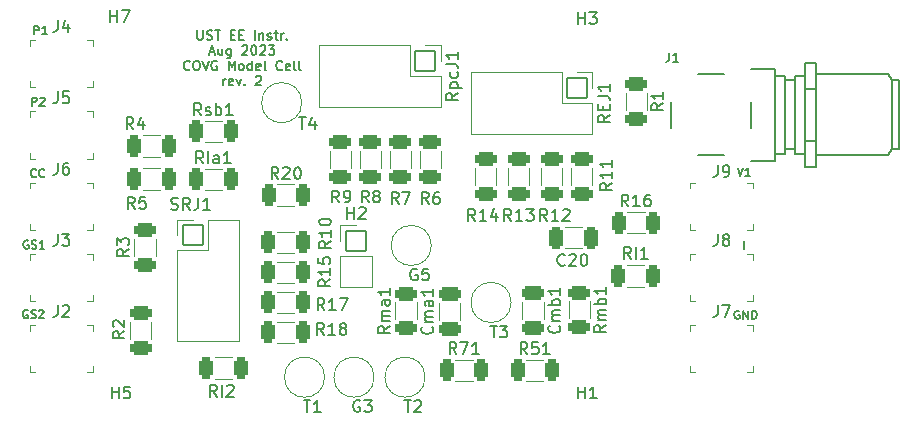
<source format=gbr>
%TF.GenerationSoftware,KiCad,Pcbnew,(6.0.4-0)*%
%TF.CreationDate,2023-08-14T15:40:46-05:00*%
%TF.ProjectId,model_cell,6d6f6465-6c5f-4636-956c-6c2e6b696361,rev?*%
%TF.SameCoordinates,Original*%
%TF.FileFunction,Legend,Top*%
%TF.FilePolarity,Positive*%
%FSLAX46Y46*%
G04 Gerber Fmt 4.6, Leading zero omitted, Abs format (unit mm)*
G04 Created by KiCad (PCBNEW (6.0.4-0)) date 2023-08-14 15:40:46*
%MOMM*%
%LPD*%
G01*
G04 APERTURE LIST*
G04 Aperture macros list*
%AMRoundRect*
0 Rectangle with rounded corners*
0 $1 Rounding radius*
0 $2 $3 $4 $5 $6 $7 $8 $9 X,Y pos of 4 corners*
0 Add a 4 corners polygon primitive as box body*
4,1,4,$2,$3,$4,$5,$6,$7,$8,$9,$2,$3,0*
0 Add four circle primitives for the rounded corners*
1,1,$1+$1,$2,$3*
1,1,$1+$1,$4,$5*
1,1,$1+$1,$6,$7*
1,1,$1+$1,$8,$9*
0 Add four rect primitives between the rounded corners*
20,1,$1+$1,$2,$3,$4,$5,0*
20,1,$1+$1,$4,$5,$6,$7,0*
20,1,$1+$1,$6,$7,$8,$9,0*
20,1,$1+$1,$8,$9,$2,$3,0*%
G04 Aperture macros list end*
%ADD10C,0.150000*%
%ADD11C,0.146710*%
%ADD12C,0.120000*%
%ADD13C,0.100000*%
%ADD14C,0.203200*%
%ADD15C,2.301600*%
%ADD16RoundRect,0.300800X0.312500X0.625000X-0.312500X0.625000X-0.312500X-0.625000X0.312500X-0.625000X0*%
%ADD17C,2.184400*%
%ADD18RoundRect,0.300800X-0.325000X-0.650000X0.325000X-0.650000X0.325000X0.650000X-0.325000X0.650000X0*%
%ADD19RoundRect,0.300800X-0.312500X-0.625000X0.312500X-0.625000X0.312500X0.625000X-0.312500X0.625000X0*%
%ADD20RoundRect,0.300800X0.650000X-0.325000X0.650000X0.325000X-0.650000X0.325000X-0.650000X-0.325000X0*%
%ADD21RoundRect,0.050800X-0.850000X-0.850000X0.850000X-0.850000X0.850000X0.850000X-0.850000X0.850000X0*%
%ADD22O,1.801600X1.801600*%
%ADD23RoundRect,0.300800X0.625000X-0.312500X0.625000X0.312500X-0.625000X0.312500X-0.625000X-0.312500X0*%
%ADD24C,2.108200*%
%ADD25C,2.870200*%
%ADD26RoundRect,0.300800X-0.625000X0.312500X-0.625000X-0.312500X0.625000X-0.312500X0.625000X0.312500X0*%
%ADD27C,3.101600*%
%ADD28RoundRect,0.050800X-0.850000X0.850000X-0.850000X-0.850000X0.850000X-0.850000X0.850000X0.850000X0*%
%ADD29RoundRect,0.300800X-0.650000X0.325000X-0.650000X-0.325000X0.650000X-0.325000X0.650000X0.325000X0*%
G04 APERTURE END LIST*
D10*
X61053733Y23256033D02*
X61287066Y22556033D01*
X61520400Y23256033D01*
X62120400Y22556033D02*
X61720400Y22556033D01*
X61920400Y22556033D02*
X61920400Y23256033D01*
X61853733Y23156033D01*
X61787066Y23089366D01*
X61720400Y23056033D01*
X939066Y11183100D02*
X872400Y11216433D01*
X772400Y11216433D01*
X672400Y11183100D01*
X605733Y11116433D01*
X572400Y11049766D01*
X539066Y10916433D01*
X539066Y10816433D01*
X572400Y10683100D01*
X605733Y10616433D01*
X672400Y10549766D01*
X772400Y10516433D01*
X839066Y10516433D01*
X939066Y10549766D01*
X972400Y10583100D01*
X972400Y10816433D01*
X839066Y10816433D01*
X1239066Y10549766D02*
X1339066Y10516433D01*
X1505733Y10516433D01*
X1572400Y10549766D01*
X1605733Y10583100D01*
X1639066Y10649766D01*
X1639066Y10716433D01*
X1605733Y10783100D01*
X1572400Y10816433D01*
X1505733Y10849766D01*
X1372400Y10883100D01*
X1305733Y10916433D01*
X1272400Y10949766D01*
X1239066Y11016433D01*
X1239066Y11083100D01*
X1272400Y11149766D01*
X1305733Y11183100D01*
X1372400Y11216433D01*
X1539066Y11216433D01*
X1639066Y11183100D01*
X1905733Y11149766D02*
X1939066Y11183100D01*
X2005733Y11216433D01*
X2172400Y11216433D01*
X2239066Y11183100D01*
X2272400Y11149766D01*
X2305733Y11083100D01*
X2305733Y11016433D01*
X2272400Y10916433D01*
X1872400Y10516433D01*
X2305733Y10516433D01*
X15310323Y34894795D02*
X15310323Y34247176D01*
X15348419Y34170985D01*
X15386514Y34132890D01*
X15462704Y34094795D01*
X15615085Y34094795D01*
X15691276Y34132890D01*
X15729371Y34170985D01*
X15767466Y34247176D01*
X15767466Y34894795D01*
X16110323Y34132890D02*
X16224609Y34094795D01*
X16415085Y34094795D01*
X16491276Y34132890D01*
X16529371Y34170985D01*
X16567466Y34247176D01*
X16567466Y34323366D01*
X16529371Y34399557D01*
X16491276Y34437652D01*
X16415085Y34475747D01*
X16262704Y34513842D01*
X16186514Y34551938D01*
X16148419Y34590033D01*
X16110323Y34666223D01*
X16110323Y34742414D01*
X16148419Y34818604D01*
X16186514Y34856700D01*
X16262704Y34894795D01*
X16453180Y34894795D01*
X16567466Y34856700D01*
X16796038Y34894795D02*
X17253180Y34894795D01*
X17024609Y34094795D02*
X17024609Y34894795D01*
X18129371Y34513842D02*
X18396038Y34513842D01*
X18510323Y34094795D02*
X18129371Y34094795D01*
X18129371Y34894795D01*
X18510323Y34894795D01*
X18853180Y34513842D02*
X19119847Y34513842D01*
X19234133Y34094795D02*
X18853180Y34094795D01*
X18853180Y34894795D01*
X19234133Y34894795D01*
X20186514Y34094795D02*
X20186514Y34894795D01*
X20567466Y34628128D02*
X20567466Y34094795D01*
X20567466Y34551938D02*
X20605561Y34590033D01*
X20681752Y34628128D01*
X20796038Y34628128D01*
X20872228Y34590033D01*
X20910323Y34513842D01*
X20910323Y34094795D01*
X21253180Y34132890D02*
X21329371Y34094795D01*
X21481752Y34094795D01*
X21557942Y34132890D01*
X21596038Y34209080D01*
X21596038Y34247176D01*
X21557942Y34323366D01*
X21481752Y34361461D01*
X21367466Y34361461D01*
X21291276Y34399557D01*
X21253180Y34475747D01*
X21253180Y34513842D01*
X21291276Y34590033D01*
X21367466Y34628128D01*
X21481752Y34628128D01*
X21557942Y34590033D01*
X21824609Y34628128D02*
X22129371Y34628128D01*
X21938895Y34894795D02*
X21938895Y34209080D01*
X21976990Y34132890D01*
X22053180Y34094795D01*
X22129371Y34094795D01*
X22396038Y34094795D02*
X22396038Y34628128D01*
X22396038Y34475747D02*
X22434133Y34551938D01*
X22472228Y34590033D01*
X22548419Y34628128D01*
X22624609Y34628128D01*
X22891276Y34170985D02*
X22929371Y34132890D01*
X22891276Y34094795D01*
X22853180Y34132890D01*
X22891276Y34170985D01*
X22891276Y34094795D01*
X16357942Y33035366D02*
X16738895Y33035366D01*
X16281752Y32806795D02*
X16548419Y33606795D01*
X16815085Y32806795D01*
X17424609Y33340128D02*
X17424609Y32806795D01*
X17081752Y33340128D02*
X17081752Y32921080D01*
X17119847Y32844890D01*
X17196038Y32806795D01*
X17310323Y32806795D01*
X17386514Y32844890D01*
X17424609Y32882985D01*
X18148419Y33340128D02*
X18148419Y32692509D01*
X18110323Y32616319D01*
X18072228Y32578223D01*
X17996038Y32540128D01*
X17881752Y32540128D01*
X17805561Y32578223D01*
X18148419Y32844890D02*
X18072228Y32806795D01*
X17919847Y32806795D01*
X17843657Y32844890D01*
X17805561Y32882985D01*
X17767466Y32959176D01*
X17767466Y33187747D01*
X17805561Y33263938D01*
X17843657Y33302033D01*
X17919847Y33340128D01*
X18072228Y33340128D01*
X18148419Y33302033D01*
X19100800Y33530604D02*
X19138895Y33568700D01*
X19215085Y33606795D01*
X19405561Y33606795D01*
X19481752Y33568700D01*
X19519847Y33530604D01*
X19557942Y33454414D01*
X19557942Y33378223D01*
X19519847Y33263938D01*
X19062704Y32806795D01*
X19557942Y32806795D01*
X20053180Y33606795D02*
X20129371Y33606795D01*
X20205561Y33568700D01*
X20243657Y33530604D01*
X20281752Y33454414D01*
X20319847Y33302033D01*
X20319847Y33111557D01*
X20281752Y32959176D01*
X20243657Y32882985D01*
X20205561Y32844890D01*
X20129371Y32806795D01*
X20053180Y32806795D01*
X19976990Y32844890D01*
X19938895Y32882985D01*
X19900800Y32959176D01*
X19862704Y33111557D01*
X19862704Y33302033D01*
X19900800Y33454414D01*
X19938895Y33530604D01*
X19976990Y33568700D01*
X20053180Y33606795D01*
X20624609Y33530604D02*
X20662704Y33568700D01*
X20738895Y33606795D01*
X20929371Y33606795D01*
X21005561Y33568700D01*
X21043657Y33530604D01*
X21081752Y33454414D01*
X21081752Y33378223D01*
X21043657Y33263938D01*
X20586514Y32806795D01*
X21081752Y32806795D01*
X21348419Y33606795D02*
X21843657Y33606795D01*
X21576990Y33302033D01*
X21691276Y33302033D01*
X21767466Y33263938D01*
X21805561Y33225842D01*
X21843657Y33149652D01*
X21843657Y32959176D01*
X21805561Y32882985D01*
X21767466Y32844890D01*
X21691276Y32806795D01*
X21462704Y32806795D01*
X21386514Y32844890D01*
X21348419Y32882985D01*
X14681752Y31594985D02*
X14643657Y31556890D01*
X14529371Y31518795D01*
X14453180Y31518795D01*
X14338895Y31556890D01*
X14262704Y31633080D01*
X14224609Y31709271D01*
X14186514Y31861652D01*
X14186514Y31975938D01*
X14224609Y32128319D01*
X14262704Y32204509D01*
X14338895Y32280700D01*
X14453180Y32318795D01*
X14529371Y32318795D01*
X14643657Y32280700D01*
X14681752Y32242604D01*
X15176990Y32318795D02*
X15329371Y32318795D01*
X15405561Y32280700D01*
X15481752Y32204509D01*
X15519847Y32052128D01*
X15519847Y31785461D01*
X15481752Y31633080D01*
X15405561Y31556890D01*
X15329371Y31518795D01*
X15176990Y31518795D01*
X15100799Y31556890D01*
X15024609Y31633080D01*
X14986514Y31785461D01*
X14986514Y32052128D01*
X15024609Y32204509D01*
X15100799Y32280700D01*
X15176990Y32318795D01*
X15748419Y32318795D02*
X16015085Y31518795D01*
X16281752Y32318795D01*
X16967466Y32280700D02*
X16891276Y32318795D01*
X16776990Y32318795D01*
X16662704Y32280700D01*
X16586514Y32204509D01*
X16548419Y32128319D01*
X16510323Y31975938D01*
X16510323Y31861652D01*
X16548419Y31709271D01*
X16586514Y31633080D01*
X16662704Y31556890D01*
X16776990Y31518795D01*
X16853180Y31518795D01*
X16967466Y31556890D01*
X17005561Y31594985D01*
X17005561Y31861652D01*
X16853180Y31861652D01*
X17957942Y31518795D02*
X17957942Y32318795D01*
X18224609Y31747366D01*
X18491276Y32318795D01*
X18491276Y31518795D01*
X18986514Y31518795D02*
X18910323Y31556890D01*
X18872228Y31594985D01*
X18834133Y31671176D01*
X18834133Y31899747D01*
X18872228Y31975938D01*
X18910323Y32014033D01*
X18986514Y32052128D01*
X19100800Y32052128D01*
X19176990Y32014033D01*
X19215085Y31975938D01*
X19253180Y31899747D01*
X19253180Y31671176D01*
X19215085Y31594985D01*
X19176990Y31556890D01*
X19100800Y31518795D01*
X18986514Y31518795D01*
X19938895Y31518795D02*
X19938895Y32318795D01*
X19938895Y31556890D02*
X19862704Y31518795D01*
X19710323Y31518795D01*
X19634133Y31556890D01*
X19596038Y31594985D01*
X19557942Y31671176D01*
X19557942Y31899747D01*
X19596038Y31975938D01*
X19634133Y32014033D01*
X19710323Y32052128D01*
X19862704Y32052128D01*
X19938895Y32014033D01*
X20624609Y31556890D02*
X20548419Y31518795D01*
X20396038Y31518795D01*
X20319847Y31556890D01*
X20281752Y31633080D01*
X20281752Y31937842D01*
X20319847Y32014033D01*
X20396038Y32052128D01*
X20548419Y32052128D01*
X20624609Y32014033D01*
X20662704Y31937842D01*
X20662704Y31861652D01*
X20281752Y31785461D01*
X21119847Y31518795D02*
X21043657Y31556890D01*
X21005561Y31633080D01*
X21005561Y32318795D01*
X22491276Y31594985D02*
X22453180Y31556890D01*
X22338895Y31518795D01*
X22262704Y31518795D01*
X22148419Y31556890D01*
X22072228Y31633080D01*
X22034133Y31709271D01*
X21996038Y31861652D01*
X21996038Y31975938D01*
X22034133Y32128319D01*
X22072228Y32204509D01*
X22148419Y32280700D01*
X22262704Y32318795D01*
X22338895Y32318795D01*
X22453180Y32280700D01*
X22491276Y32242604D01*
X23138895Y31556890D02*
X23062704Y31518795D01*
X22910323Y31518795D01*
X22834133Y31556890D01*
X22796038Y31633080D01*
X22796038Y31937842D01*
X22834133Y32014033D01*
X22910323Y32052128D01*
X23062704Y32052128D01*
X23138895Y32014033D01*
X23176990Y31937842D01*
X23176990Y31861652D01*
X22796038Y31785461D01*
X23634133Y31518795D02*
X23557942Y31556890D01*
X23519847Y31633080D01*
X23519847Y32318795D01*
X24053180Y31518795D02*
X23976990Y31556890D01*
X23938895Y31633080D01*
X23938895Y32318795D01*
X17519847Y30230795D02*
X17519847Y30764128D01*
X17519847Y30611747D02*
X17557942Y30687938D01*
X17596038Y30726033D01*
X17672228Y30764128D01*
X17748419Y30764128D01*
X18319847Y30268890D02*
X18243657Y30230795D01*
X18091276Y30230795D01*
X18015085Y30268890D01*
X17976990Y30345080D01*
X17976990Y30649842D01*
X18015085Y30726033D01*
X18091276Y30764128D01*
X18243657Y30764128D01*
X18319847Y30726033D01*
X18357942Y30649842D01*
X18357942Y30573652D01*
X17976990Y30497461D01*
X18624609Y30764128D02*
X18815085Y30230795D01*
X19005561Y30764128D01*
X19310323Y30306985D02*
X19348419Y30268890D01*
X19310323Y30230795D01*
X19272228Y30268890D01*
X19310323Y30306985D01*
X19310323Y30230795D01*
X20262704Y30954604D02*
X20300800Y30992700D01*
X20376990Y31030795D01*
X20567466Y31030795D01*
X20643657Y30992700D01*
X20681752Y30954604D01*
X20719847Y30878414D01*
X20719847Y30802223D01*
X20681752Y30687938D01*
X20224609Y30230795D01*
X20719847Y30230795D01*
X1312133Y28499633D02*
X1312133Y29199633D01*
X1578800Y29199633D01*
X1645466Y29166300D01*
X1678800Y29132966D01*
X1712133Y29066300D01*
X1712133Y28966300D01*
X1678800Y28899633D01*
X1645466Y28866300D01*
X1578800Y28832966D01*
X1312133Y28832966D01*
X1978800Y29132966D02*
X2012133Y29166300D01*
X2078800Y29199633D01*
X2245466Y29199633D01*
X2312133Y29166300D01*
X2345466Y29132966D01*
X2378800Y29066300D01*
X2378800Y28999633D01*
X2345466Y28899633D01*
X1945466Y28499633D01*
X2378800Y28499633D01*
X1644666Y22521100D02*
X1611333Y22487766D01*
X1511333Y22454433D01*
X1444666Y22454433D01*
X1344666Y22487766D01*
X1278000Y22554433D01*
X1244666Y22621100D01*
X1211333Y22754433D01*
X1211333Y22854433D01*
X1244666Y22987766D01*
X1278000Y23054433D01*
X1344666Y23121100D01*
X1444666Y23154433D01*
X1511333Y23154433D01*
X1611333Y23121100D01*
X1644666Y23087766D01*
X2344666Y22521100D02*
X2311333Y22487766D01*
X2211333Y22454433D01*
X2144666Y22454433D01*
X2044666Y22487766D01*
X1978000Y22554433D01*
X1944666Y22621100D01*
X1911333Y22754433D01*
X1911333Y22854433D01*
X1944666Y22987766D01*
X1978000Y23054433D01*
X2044666Y23121100D01*
X2144666Y23154433D01*
X2211333Y23154433D01*
X2311333Y23121100D01*
X2344666Y23087766D01*
X1515333Y34544833D02*
X1515333Y35244833D01*
X1782000Y35244833D01*
X1848666Y35211500D01*
X1882000Y35178166D01*
X1915333Y35111500D01*
X1915333Y35011500D01*
X1882000Y34944833D01*
X1848666Y34911500D01*
X1782000Y34878166D01*
X1515333Y34878166D01*
X2582000Y34544833D02*
X2182000Y34544833D01*
X2382000Y34544833D02*
X2382000Y35244833D01*
X2315333Y35144833D01*
X2248666Y35078166D01*
X2182000Y35044833D01*
X61569600Y16358433D02*
X61569600Y17058433D01*
X989866Y17075900D02*
X923200Y17109233D01*
X823200Y17109233D01*
X723200Y17075900D01*
X656533Y17009233D01*
X623200Y16942566D01*
X589866Y16809233D01*
X589866Y16709233D01*
X623200Y16575900D01*
X656533Y16509233D01*
X723200Y16442566D01*
X823200Y16409233D01*
X889866Y16409233D01*
X989866Y16442566D01*
X1023200Y16475900D01*
X1023200Y16709233D01*
X889866Y16709233D01*
X1289866Y16442566D02*
X1389866Y16409233D01*
X1556533Y16409233D01*
X1623200Y16442566D01*
X1656533Y16475900D01*
X1689866Y16542566D01*
X1689866Y16609233D01*
X1656533Y16675900D01*
X1623200Y16709233D01*
X1556533Y16742566D01*
X1423200Y16775900D01*
X1356533Y16809233D01*
X1323200Y16842566D01*
X1289866Y16909233D01*
X1289866Y16975900D01*
X1323200Y17042566D01*
X1356533Y17075900D01*
X1423200Y17109233D01*
X1589866Y17109233D01*
X1689866Y17075900D01*
X2356533Y16409233D02*
X1956533Y16409233D01*
X2156533Y16409233D02*
X2156533Y17109233D01*
X2089866Y17009233D01*
X2023200Y16942566D01*
X1956533Y16909233D01*
X61188666Y11132300D02*
X61122000Y11165633D01*
X61022000Y11165633D01*
X60922000Y11132300D01*
X60855333Y11065633D01*
X60822000Y10998966D01*
X60788666Y10865633D01*
X60788666Y10765633D01*
X60822000Y10632300D01*
X60855333Y10565633D01*
X60922000Y10498966D01*
X61022000Y10465633D01*
X61088666Y10465633D01*
X61188666Y10498966D01*
X61222000Y10532300D01*
X61222000Y10765633D01*
X61088666Y10765633D01*
X61522000Y10465633D02*
X61522000Y11165633D01*
X61922000Y10465633D01*
X61922000Y11165633D01*
X62255333Y10465633D02*
X62255333Y11165633D01*
X62422000Y11165633D01*
X62522000Y11132300D01*
X62588666Y11065633D01*
X62622000Y10998966D01*
X62655333Y10865633D01*
X62655333Y10765633D01*
X62622000Y10632300D01*
X62588666Y10565633D01*
X62522000Y10498966D01*
X62422000Y10465633D01*
X62255333Y10465633D01*
%TO.C,H3*%
X47548895Y35425119D02*
X47548895Y36425119D01*
X47548895Y35948928D02*
X48120323Y35948928D01*
X48120323Y35425119D02*
X48120323Y36425119D01*
X48501276Y36425119D02*
X49120323Y36425119D01*
X48786990Y36044166D01*
X48929847Y36044166D01*
X49025085Y35996547D01*
X49072704Y35948928D01*
X49120323Y35853690D01*
X49120323Y35615595D01*
X49072704Y35520357D01*
X49025085Y35472738D01*
X48929847Y35425119D01*
X48644133Y35425119D01*
X48548895Y35472738D01*
X48501276Y35520357D01*
%TO.C,H5*%
X8077295Y3725919D02*
X8077295Y4725919D01*
X8077295Y4249728D02*
X8648723Y4249728D01*
X8648723Y3725919D02*
X8648723Y4725919D01*
X9601104Y4725919D02*
X9124914Y4725919D01*
X9077295Y4249728D01*
X9124914Y4297347D01*
X9220152Y4344966D01*
X9458247Y4344966D01*
X9553485Y4297347D01*
X9601104Y4249728D01*
X9648723Y4154490D01*
X9648723Y3916395D01*
X9601104Y3821157D01*
X9553485Y3773538D01*
X9458247Y3725919D01*
X9220152Y3725919D01*
X9124914Y3773538D01*
X9077295Y3821157D01*
%TO.C,H7*%
X7950295Y35577519D02*
X7950295Y36577519D01*
X7950295Y36101328D02*
X8521723Y36101328D01*
X8521723Y35577519D02*
X8521723Y36577519D01*
X8902676Y36577519D02*
X9569342Y36577519D01*
X9140771Y35577519D01*
%TO.C,R51*%
X43248342Y7472419D02*
X42915009Y7948609D01*
X42676914Y7472419D02*
X42676914Y8472419D01*
X43057866Y8472419D01*
X43153104Y8424800D01*
X43200723Y8377180D01*
X43248342Y8281942D01*
X43248342Y8139085D01*
X43200723Y8043847D01*
X43153104Y7996228D01*
X43057866Y7948609D01*
X42676914Y7948609D01*
X44153104Y8472419D02*
X43676914Y8472419D01*
X43629295Y7996228D01*
X43676914Y8043847D01*
X43772152Y8091466D01*
X44010247Y8091466D01*
X44105485Y8043847D01*
X44153104Y7996228D01*
X44200723Y7900990D01*
X44200723Y7662895D01*
X44153104Y7567657D01*
X44105485Y7520038D01*
X44010247Y7472419D01*
X43772152Y7472419D01*
X43676914Y7520038D01*
X43629295Y7567657D01*
X45153104Y7472419D02*
X44581676Y7472419D01*
X44867390Y7472419D02*
X44867390Y8472419D01*
X44772152Y8329561D01*
X44676914Y8234323D01*
X44581676Y8186704D01*
%TO.C,H1*%
X47548895Y3725919D02*
X47548895Y4725919D01*
X47548895Y4249728D02*
X48120323Y4249728D01*
X48120323Y3725919D02*
X48120323Y4725919D01*
X49120323Y3725919D02*
X48548895Y3725919D01*
X48834609Y3725919D02*
X48834609Y4725919D01*
X48739371Y4583061D01*
X48644133Y4487823D01*
X48548895Y4440204D01*
%TO.C,J9*%
X59356666Y23471119D02*
X59356666Y22756833D01*
X59309047Y22613976D01*
X59213809Y22518738D01*
X59070952Y22471119D01*
X58975714Y22471119D01*
X59880476Y22471119D02*
X60070952Y22471119D01*
X60166190Y22518738D01*
X60213809Y22566357D01*
X60309047Y22709214D01*
X60356666Y22899690D01*
X60356666Y23280642D01*
X60309047Y23375880D01*
X60261428Y23423500D01*
X60166190Y23471119D01*
X59975714Y23471119D01*
X59880476Y23423500D01*
X59832857Y23375880D01*
X59785238Y23280642D01*
X59785238Y23042547D01*
X59832857Y22947309D01*
X59880476Y22899690D01*
X59975714Y22852071D01*
X60166190Y22852071D01*
X60261428Y22899690D01*
X60309047Y22947309D01*
X60356666Y23042547D01*
%TO.C,R17*%
X26077992Y11193519D02*
X25744659Y11669709D01*
X25506564Y11193519D02*
X25506564Y12193519D01*
X25887516Y12193519D01*
X25982754Y12145900D01*
X26030373Y12098280D01*
X26077992Y12003042D01*
X26077992Y11860185D01*
X26030373Y11764947D01*
X25982754Y11717328D01*
X25887516Y11669709D01*
X25506564Y11669709D01*
X27030373Y11193519D02*
X26458945Y11193519D01*
X26744659Y11193519D02*
X26744659Y12193519D01*
X26649421Y12050661D01*
X26554183Y11955423D01*
X26458945Y11907804D01*
X27363707Y12193519D02*
X28030373Y12193519D01*
X27601802Y11193519D01*
%TO.C,R18*%
X26027192Y9110719D02*
X25693859Y9586909D01*
X25455764Y9110719D02*
X25455764Y10110719D01*
X25836716Y10110719D01*
X25931954Y10063100D01*
X25979573Y10015480D01*
X26027192Y9920242D01*
X26027192Y9777385D01*
X25979573Y9682147D01*
X25931954Y9634528D01*
X25836716Y9586909D01*
X25455764Y9586909D01*
X26979573Y9110719D02*
X26408145Y9110719D01*
X26693859Y9110719D02*
X26693859Y10110719D01*
X26598621Y9967861D01*
X26503383Y9872623D01*
X26408145Y9825004D01*
X27551002Y9682147D02*
X27455764Y9729766D01*
X27408145Y9777385D01*
X27360526Y9872623D01*
X27360526Y9920242D01*
X27408145Y10015480D01*
X27455764Y10063100D01*
X27551002Y10110719D01*
X27741478Y10110719D01*
X27836716Y10063100D01*
X27884335Y10015480D01*
X27931954Y9920242D01*
X27931954Y9872623D01*
X27884335Y9777385D01*
X27836716Y9729766D01*
X27741478Y9682147D01*
X27551002Y9682147D01*
X27455764Y9634528D01*
X27408145Y9586909D01*
X27360526Y9491671D01*
X27360526Y9301195D01*
X27408145Y9205957D01*
X27455764Y9158338D01*
X27551002Y9110719D01*
X27741478Y9110719D01*
X27836716Y9158338D01*
X27884335Y9205957D01*
X27931954Y9301195D01*
X27931954Y9491671D01*
X27884335Y9586909D01*
X27836716Y9634528D01*
X27741478Y9682147D01*
%TO.C,J4*%
X3476666Y35745119D02*
X3476666Y35030833D01*
X3429047Y34887976D01*
X3333809Y34792738D01*
X3190952Y34745119D01*
X3095714Y34745119D01*
X4381428Y35411785D02*
X4381428Y34745119D01*
X4143333Y35792738D02*
X3905238Y35078452D01*
X4524285Y35078452D01*
%TO.C,C20*%
X46423342Y15047957D02*
X46375723Y15000338D01*
X46232866Y14952719D01*
X46137628Y14952719D01*
X45994771Y15000338D01*
X45899533Y15095576D01*
X45851914Y15190814D01*
X45804295Y15381290D01*
X45804295Y15524147D01*
X45851914Y15714623D01*
X45899533Y15809861D01*
X45994771Y15905100D01*
X46137628Y15952719D01*
X46232866Y15952719D01*
X46375723Y15905100D01*
X46423342Y15857480D01*
X46804295Y15857480D02*
X46851914Y15905100D01*
X46947152Y15952719D01*
X47185247Y15952719D01*
X47280485Y15905100D01*
X47328104Y15857480D01*
X47375723Y15762242D01*
X47375723Y15667004D01*
X47328104Y15524147D01*
X46756676Y14952719D01*
X47375723Y14952719D01*
X47994771Y15952719D02*
X48090009Y15952719D01*
X48185247Y15905100D01*
X48232866Y15857480D01*
X48280485Y15762242D01*
X48328104Y15571766D01*
X48328104Y15333671D01*
X48280485Y15143195D01*
X48232866Y15047957D01*
X48185247Y15000338D01*
X48090009Y14952719D01*
X47994771Y14952719D01*
X47899533Y15000338D01*
X47851914Y15047957D01*
X47804295Y15143195D01*
X47756676Y15333671D01*
X47756676Y15571766D01*
X47804295Y15762242D01*
X47851914Y15857480D01*
X47899533Y15905100D01*
X47994771Y15952719D01*
%TO.C,R15*%
X26563630Y13797042D02*
X26087440Y13463709D01*
X26563630Y13225614D02*
X25563630Y13225614D01*
X25563630Y13606566D01*
X25611250Y13701804D01*
X25658869Y13749423D01*
X25754107Y13797042D01*
X25896964Y13797042D01*
X25992202Y13749423D01*
X26039821Y13701804D01*
X26087440Y13606566D01*
X26087440Y13225614D01*
X26563630Y14749423D02*
X26563630Y14177995D01*
X26563630Y14463709D02*
X25563630Y14463709D01*
X25706488Y14368471D01*
X25801726Y14273233D01*
X25849345Y14177995D01*
X25563630Y15654185D02*
X25563630Y15177995D01*
X26039821Y15130376D01*
X25992202Y15177995D01*
X25944583Y15273233D01*
X25944583Y15511328D01*
X25992202Y15606566D01*
X26039821Y15654185D01*
X26135059Y15701804D01*
X26373154Y15701804D01*
X26468392Y15654185D01*
X26516011Y15606566D01*
X26563630Y15511328D01*
X26563630Y15273233D01*
X26516011Y15177995D01*
X26468392Y15130376D01*
%TO.C,Rsb1*%
X15638590Y27694719D02*
X15305257Y28170909D01*
X15067161Y27694719D02*
X15067161Y28694719D01*
X15448114Y28694719D01*
X15543352Y28647100D01*
X15590971Y28599480D01*
X15638590Y28504242D01*
X15638590Y28361385D01*
X15590971Y28266147D01*
X15543352Y28218528D01*
X15448114Y28170909D01*
X15067161Y28170909D01*
X16019542Y27742338D02*
X16114780Y27694719D01*
X16305257Y27694719D01*
X16400495Y27742338D01*
X16448114Y27837576D01*
X16448114Y27885195D01*
X16400495Y27980433D01*
X16305257Y28028052D01*
X16162400Y28028052D01*
X16067161Y28075671D01*
X16019542Y28170909D01*
X16019542Y28218528D01*
X16067161Y28313766D01*
X16162400Y28361385D01*
X16305257Y28361385D01*
X16400495Y28313766D01*
X16876685Y27694719D02*
X16876685Y28694719D01*
X16876685Y28313766D02*
X16971923Y28361385D01*
X17162400Y28361385D01*
X17257638Y28313766D01*
X17305257Y28266147D01*
X17352876Y28170909D01*
X17352876Y27885195D01*
X17305257Y27789957D01*
X17257638Y27742338D01*
X17162400Y27694719D01*
X16971923Y27694719D01*
X16876685Y27742338D01*
X18305257Y27694719D02*
X17733828Y27694719D01*
X18019542Y27694719D02*
X18019542Y28694719D01*
X17924304Y28551861D01*
X17829066Y28456623D01*
X17733828Y28409004D01*
%TO.C,Cma1*%
X35184742Y9801385D02*
X35232361Y9753766D01*
X35279980Y9610909D01*
X35279980Y9515671D01*
X35232361Y9372814D01*
X35137123Y9277576D01*
X35041885Y9229957D01*
X34851409Y9182338D01*
X34708552Y9182338D01*
X34518076Y9229957D01*
X34422838Y9277576D01*
X34327600Y9372814D01*
X34279980Y9515671D01*
X34279980Y9610909D01*
X34327600Y9753766D01*
X34375219Y9801385D01*
X35279980Y10229957D02*
X34613314Y10229957D01*
X34708552Y10229957D02*
X34660933Y10277576D01*
X34613314Y10372814D01*
X34613314Y10515671D01*
X34660933Y10610909D01*
X34756171Y10658528D01*
X35279980Y10658528D01*
X34756171Y10658528D02*
X34660933Y10706147D01*
X34613314Y10801385D01*
X34613314Y10944242D01*
X34660933Y11039480D01*
X34756171Y11087100D01*
X35279980Y11087100D01*
X35279980Y11991861D02*
X34756171Y11991861D01*
X34660933Y11944242D01*
X34613314Y11849004D01*
X34613314Y11658528D01*
X34660933Y11563290D01*
X35232361Y11991861D02*
X35279980Y11896623D01*
X35279980Y11658528D01*
X35232361Y11563290D01*
X35137123Y11515671D01*
X35041885Y11515671D01*
X34946647Y11563290D01*
X34899028Y11658528D01*
X34899028Y11896623D01*
X34851409Y11991861D01*
X35279980Y12991861D02*
X35279980Y12420433D01*
X35279980Y12706147D02*
X34279980Y12706147D01*
X34422838Y12610909D01*
X34518076Y12515671D01*
X34565695Y12420433D01*
%TO.C,J2*%
X3476666Y11615119D02*
X3476666Y10900833D01*
X3429047Y10757976D01*
X3333809Y10662738D01*
X3190952Y10615119D01*
X3095714Y10615119D01*
X3905238Y11519880D02*
X3952857Y11567500D01*
X4048095Y11615119D01*
X4286190Y11615119D01*
X4381428Y11567500D01*
X4429047Y11519880D01*
X4476666Y11424642D01*
X4476666Y11329404D01*
X4429047Y11186547D01*
X3857619Y10615119D01*
X4476666Y10615119D01*
%TO.C,J8*%
X59356666Y17647619D02*
X59356666Y16933333D01*
X59309047Y16790476D01*
X59213809Y16695238D01*
X59070952Y16647619D01*
X58975714Y16647619D01*
X59975714Y17219047D02*
X59880476Y17266666D01*
X59832857Y17314285D01*
X59785238Y17409523D01*
X59785238Y17457142D01*
X59832857Y17552380D01*
X59880476Y17600000D01*
X59975714Y17647619D01*
X60166190Y17647619D01*
X60261428Y17600000D01*
X60309047Y17552380D01*
X60356666Y17457142D01*
X60356666Y17409523D01*
X60309047Y17314285D01*
X60261428Y17266666D01*
X60166190Y17219047D01*
X59975714Y17219047D01*
X59880476Y17171428D01*
X59832857Y17123809D01*
X59785238Y17028571D01*
X59785238Y16838095D01*
X59832857Y16742857D01*
X59880476Y16695238D01*
X59975714Y16647619D01*
X60166190Y16647619D01*
X60261428Y16695238D01*
X60309047Y16742857D01*
X60356666Y16838095D01*
X60356666Y17028571D01*
X60309047Y17123809D01*
X60261428Y17171428D01*
X60166190Y17219047D01*
%TO.C,H2*%
X27990895Y18913319D02*
X27990895Y19913319D01*
X27990895Y19437128D02*
X28562323Y19437128D01*
X28562323Y18913319D02*
X28562323Y19913319D01*
X28990895Y19818080D02*
X29038514Y19865700D01*
X29133752Y19913319D01*
X29371847Y19913319D01*
X29467085Y19865700D01*
X29514704Y19818080D01*
X29562323Y19722842D01*
X29562323Y19627604D01*
X29514704Y19484747D01*
X28943276Y18913319D01*
X29562323Y18913319D01*
%TO.C,RIa1*%
X15805257Y23630719D02*
X15471923Y24106909D01*
X15233828Y23630719D02*
X15233828Y24630719D01*
X15614780Y24630719D01*
X15710019Y24583100D01*
X15757638Y24535480D01*
X15805257Y24440242D01*
X15805257Y24297385D01*
X15757638Y24202147D01*
X15710019Y24154528D01*
X15614780Y24106909D01*
X15233828Y24106909D01*
X16233828Y23630719D02*
X16233828Y24630719D01*
X17138590Y23630719D02*
X17138590Y24154528D01*
X17090971Y24249766D01*
X16995733Y24297385D01*
X16805257Y24297385D01*
X16710019Y24249766D01*
X17138590Y23678338D02*
X17043352Y23630719D01*
X16805257Y23630719D01*
X16710019Y23678338D01*
X16662400Y23773576D01*
X16662400Y23868814D01*
X16710019Y23964052D01*
X16805257Y24011671D01*
X17043352Y24011671D01*
X17138590Y24059290D01*
X18138590Y23630719D02*
X17567161Y23630719D01*
X17852876Y23630719D02*
X17852876Y24630719D01*
X17757638Y24487861D01*
X17662400Y24392623D01*
X17567161Y24345004D01*
%TO.C,R14*%
X38828742Y18762719D02*
X38495409Y19238909D01*
X38257314Y18762719D02*
X38257314Y19762719D01*
X38638266Y19762719D01*
X38733504Y19715100D01*
X38781123Y19667480D01*
X38828742Y19572242D01*
X38828742Y19429385D01*
X38781123Y19334147D01*
X38733504Y19286528D01*
X38638266Y19238909D01*
X38257314Y19238909D01*
X39781123Y18762719D02*
X39209695Y18762719D01*
X39495409Y18762719D02*
X39495409Y19762719D01*
X39400171Y19619861D01*
X39304933Y19524623D01*
X39209695Y19477004D01*
X40638266Y19429385D02*
X40638266Y18762719D01*
X40400171Y19810338D02*
X40162076Y19096052D01*
X40781123Y19096052D01*
D11*
%TO.C,J1*%
X55246400Y33003429D02*
X55246400Y32451886D01*
X55209630Y32341578D01*
X55136091Y32268039D01*
X55025783Y32231269D01*
X54952244Y32231269D01*
X56018560Y32231269D02*
X55577326Y32231269D01*
X55797943Y32231269D02*
X55797943Y33003429D01*
X55724404Y32893120D01*
X55650865Y32819581D01*
X55577326Y32782812D01*
D10*
%TO.C,J7*%
X59356666Y11615119D02*
X59356666Y10900833D01*
X59309047Y10757976D01*
X59213809Y10662738D01*
X59070952Y10615119D01*
X58975714Y10615119D01*
X59737619Y11615119D02*
X60404285Y11615119D01*
X59975714Y10615119D01*
%TO.C,R4*%
X9891733Y26522419D02*
X9558400Y26998609D01*
X9320304Y26522419D02*
X9320304Y27522419D01*
X9701257Y27522419D01*
X9796495Y27474800D01*
X9844114Y27427180D01*
X9891733Y27331942D01*
X9891733Y27189085D01*
X9844114Y27093847D01*
X9796495Y27046228D01*
X9701257Y26998609D01*
X9320304Y26998609D01*
X10748876Y27189085D02*
X10748876Y26522419D01*
X10510780Y27570038D02*
X10272685Y26855752D01*
X10891733Y26855752D01*
%TO.C,R2*%
X9139180Y9396433D02*
X8662990Y9063100D01*
X9139180Y8825004D02*
X8139180Y8825004D01*
X8139180Y9205957D01*
X8186800Y9301195D01*
X8234419Y9348814D01*
X8329657Y9396433D01*
X8472514Y9396433D01*
X8567752Y9348814D01*
X8615371Y9301195D01*
X8662990Y9205957D01*
X8662990Y8825004D01*
X8234419Y9777385D02*
X8186800Y9825004D01*
X8139180Y9920242D01*
X8139180Y10158338D01*
X8186800Y10253576D01*
X8234419Y10301195D01*
X8329657Y10348814D01*
X8424895Y10348814D01*
X8567752Y10301195D01*
X9139180Y9729766D01*
X9139180Y10348814D01*
%TO.C,G3*%
X29060714Y3524500D02*
X28965476Y3572119D01*
X28822619Y3572119D01*
X28679761Y3524500D01*
X28584523Y3429261D01*
X28536904Y3334023D01*
X28489285Y3143547D01*
X28489285Y3000690D01*
X28536904Y2810214D01*
X28584523Y2714976D01*
X28679761Y2619738D01*
X28822619Y2572119D01*
X28917857Y2572119D01*
X29060714Y2619738D01*
X29108333Y2667357D01*
X29108333Y3000690D01*
X28917857Y3000690D01*
X29441666Y3572119D02*
X30060714Y3572119D01*
X29727380Y3191166D01*
X29870238Y3191166D01*
X29965476Y3143547D01*
X30013095Y3095928D01*
X30060714Y3000690D01*
X30060714Y2762595D01*
X30013095Y2667357D01*
X29965476Y2619738D01*
X29870238Y2572119D01*
X29584523Y2572119D01*
X29489285Y2619738D01*
X29441666Y2667357D01*
%TO.C,REJ1*%
X50219580Y27719700D02*
X49743390Y27386366D01*
X50219580Y27148271D02*
X49219580Y27148271D01*
X49219580Y27529223D01*
X49267200Y27624461D01*
X49314819Y27672080D01*
X49410057Y27719700D01*
X49552914Y27719700D01*
X49648152Y27672080D01*
X49695771Y27624461D01*
X49743390Y27529223D01*
X49743390Y27148271D01*
X49695771Y28148271D02*
X49695771Y28481604D01*
X50219580Y28624461D02*
X50219580Y28148271D01*
X49219580Y28148271D01*
X49219580Y28624461D01*
X49219580Y29338747D02*
X49933866Y29338747D01*
X50076723Y29291128D01*
X50171961Y29195890D01*
X50219580Y29053033D01*
X50219580Y28957795D01*
X50219580Y30338747D02*
X50219580Y29767319D01*
X50219580Y30053033D02*
X49219580Y30053033D01*
X49362438Y29957795D01*
X49457676Y29862557D01*
X49505295Y29767319D01*
%TO.C,Cmb1*%
X45945942Y9892285D02*
X45993561Y9844666D01*
X46041180Y9701809D01*
X46041180Y9606571D01*
X45993561Y9463714D01*
X45898323Y9368476D01*
X45803085Y9320857D01*
X45612609Y9273238D01*
X45469752Y9273238D01*
X45279276Y9320857D01*
X45184038Y9368476D01*
X45088800Y9463714D01*
X45041180Y9606571D01*
X45041180Y9701809D01*
X45088800Y9844666D01*
X45136419Y9892285D01*
X46041180Y10320857D02*
X45374514Y10320857D01*
X45469752Y10320857D02*
X45422133Y10368476D01*
X45374514Y10463714D01*
X45374514Y10606571D01*
X45422133Y10701809D01*
X45517371Y10749428D01*
X46041180Y10749428D01*
X45517371Y10749428D02*
X45422133Y10797047D01*
X45374514Y10892285D01*
X45374514Y11035142D01*
X45422133Y11130380D01*
X45517371Y11178000D01*
X46041180Y11178000D01*
X46041180Y11654190D02*
X45041180Y11654190D01*
X45422133Y11654190D02*
X45374514Y11749428D01*
X45374514Y11939904D01*
X45422133Y12035142D01*
X45469752Y12082761D01*
X45564990Y12130380D01*
X45850704Y12130380D01*
X45945942Y12082761D01*
X45993561Y12035142D01*
X46041180Y11939904D01*
X46041180Y11749428D01*
X45993561Y11654190D01*
X46041180Y13082761D02*
X46041180Y12511333D01*
X46041180Y12797047D02*
X45041180Y12797047D01*
X45184038Y12701809D01*
X45279276Y12606571D01*
X45326895Y12511333D01*
%TO.C,R16*%
X51808142Y19973119D02*
X51474809Y20449309D01*
X51236714Y19973119D02*
X51236714Y20973119D01*
X51617666Y20973119D01*
X51712904Y20925500D01*
X51760523Y20877880D01*
X51808142Y20782642D01*
X51808142Y20639785D01*
X51760523Y20544547D01*
X51712904Y20496928D01*
X51617666Y20449309D01*
X51236714Y20449309D01*
X52760523Y19973119D02*
X52189095Y19973119D01*
X52474809Y19973119D02*
X52474809Y20973119D01*
X52379571Y20830261D01*
X52284333Y20735023D01*
X52189095Y20687404D01*
X53617666Y20973119D02*
X53427190Y20973119D01*
X53331952Y20925500D01*
X53284333Y20877880D01*
X53189095Y20735023D01*
X53141476Y20544547D01*
X53141476Y20163595D01*
X53189095Y20068357D01*
X53236714Y20020738D01*
X53331952Y19973119D01*
X53522428Y19973119D01*
X53617666Y20020738D01*
X53665285Y20068357D01*
X53712904Y20163595D01*
X53712904Y20401690D01*
X53665285Y20496928D01*
X53617666Y20544547D01*
X53522428Y20592166D01*
X53331952Y20592166D01*
X53236714Y20544547D01*
X53189095Y20496928D01*
X53141476Y20401690D01*
%TO.C,T4*%
X23926895Y27535119D02*
X24498323Y27535119D01*
X24212609Y26535119D02*
X24212609Y27535119D01*
X25260228Y27201785D02*
X25260228Y26535119D01*
X25022133Y27582738D02*
X24784038Y26868452D01*
X25403085Y26868452D01*
%TO.C,R12*%
X44924742Y18762719D02*
X44591409Y19238909D01*
X44353314Y18762719D02*
X44353314Y19762719D01*
X44734266Y19762719D01*
X44829504Y19715100D01*
X44877123Y19667480D01*
X44924742Y19572242D01*
X44924742Y19429385D01*
X44877123Y19334147D01*
X44829504Y19286528D01*
X44734266Y19238909D01*
X44353314Y19238909D01*
X45877123Y18762719D02*
X45305695Y18762719D01*
X45591409Y18762719D02*
X45591409Y19762719D01*
X45496171Y19619861D01*
X45400933Y19524623D01*
X45305695Y19477004D01*
X46258076Y19667480D02*
X46305695Y19715100D01*
X46400933Y19762719D01*
X46639028Y19762719D01*
X46734266Y19715100D01*
X46781885Y19667480D01*
X46829504Y19572242D01*
X46829504Y19477004D01*
X46781885Y19334147D01*
X46210457Y18762719D01*
X46829504Y18762719D01*
%TO.C,J6*%
X3476666Y23680119D02*
X3476666Y22965833D01*
X3429047Y22822976D01*
X3333809Y22727738D01*
X3190952Y22680119D01*
X3095714Y22680119D01*
X4381428Y23680119D02*
X4190952Y23680119D01*
X4095714Y23632500D01*
X4048095Y23584880D01*
X3952857Y23442023D01*
X3905238Y23251547D01*
X3905238Y22870595D01*
X3952857Y22775357D01*
X4000476Y22727738D01*
X4095714Y22680119D01*
X4286190Y22680119D01*
X4381428Y22727738D01*
X4429047Y22775357D01*
X4476666Y22870595D01*
X4476666Y23108690D01*
X4429047Y23203928D01*
X4381428Y23251547D01*
X4286190Y23299166D01*
X4095714Y23299166D01*
X4000476Y23251547D01*
X3952857Y23203928D01*
X3905238Y23108690D01*
%TO.C,R13*%
X41876742Y18762719D02*
X41543409Y19238909D01*
X41305314Y18762719D02*
X41305314Y19762719D01*
X41686266Y19762719D01*
X41781504Y19715100D01*
X41829123Y19667480D01*
X41876742Y19572242D01*
X41876742Y19429385D01*
X41829123Y19334147D01*
X41781504Y19286528D01*
X41686266Y19238909D01*
X41305314Y19238909D01*
X42829123Y18762719D02*
X42257695Y18762719D01*
X42543409Y18762719D02*
X42543409Y19762719D01*
X42448171Y19619861D01*
X42352933Y19524623D01*
X42257695Y19477004D01*
X43162457Y19762719D02*
X43781504Y19762719D01*
X43448171Y19381766D01*
X43591028Y19381766D01*
X43686266Y19334147D01*
X43733885Y19286528D01*
X43781504Y19191290D01*
X43781504Y18953195D01*
X43733885Y18857957D01*
X43686266Y18810338D01*
X43591028Y18762719D01*
X43305314Y18762719D01*
X43210076Y18810338D01*
X43162457Y18857957D01*
%TO.C,RpcJ1*%
X37367180Y29577128D02*
X36890990Y29243795D01*
X37367180Y29005700D02*
X36367180Y29005700D01*
X36367180Y29386652D01*
X36414800Y29481890D01*
X36462419Y29529509D01*
X36557657Y29577128D01*
X36700514Y29577128D01*
X36795752Y29529509D01*
X36843371Y29481890D01*
X36890990Y29386652D01*
X36890990Y29005700D01*
X36700514Y30005700D02*
X37700514Y30005700D01*
X36748133Y30005700D02*
X36700514Y30100938D01*
X36700514Y30291414D01*
X36748133Y30386652D01*
X36795752Y30434271D01*
X36890990Y30481890D01*
X37176704Y30481890D01*
X37271942Y30434271D01*
X37319561Y30386652D01*
X37367180Y30291414D01*
X37367180Y30100938D01*
X37319561Y30005700D01*
X37319561Y31339033D02*
X37367180Y31243795D01*
X37367180Y31053319D01*
X37319561Y30958080D01*
X37271942Y30910461D01*
X37176704Y30862842D01*
X36890990Y30862842D01*
X36795752Y30910461D01*
X36748133Y30958080D01*
X36700514Y31053319D01*
X36700514Y31243795D01*
X36748133Y31339033D01*
X36367180Y32053319D02*
X37081466Y32053319D01*
X37224323Y32005700D01*
X37319561Y31910461D01*
X37367180Y31767604D01*
X37367180Y31672366D01*
X37367180Y33053319D02*
X37367180Y32481890D01*
X37367180Y32767604D02*
X36367180Y32767604D01*
X36510038Y32672366D01*
X36605276Y32577128D01*
X36652895Y32481890D01*
%TO.C,R10*%
X26614430Y17048242D02*
X26138240Y16714909D01*
X26614430Y16476814D02*
X25614430Y16476814D01*
X25614430Y16857766D01*
X25662050Y16953004D01*
X25709669Y17000623D01*
X25804907Y17048242D01*
X25947764Y17048242D01*
X26043002Y17000623D01*
X26090621Y16953004D01*
X26138240Y16857766D01*
X26138240Y16476814D01*
X26614430Y18000623D02*
X26614430Y17429195D01*
X26614430Y17714909D02*
X25614430Y17714909D01*
X25757288Y17619671D01*
X25852526Y17524433D01*
X25900145Y17429195D01*
X25614430Y18619671D02*
X25614430Y18714909D01*
X25662050Y18810147D01*
X25709669Y18857766D01*
X25804907Y18905385D01*
X25995383Y18953004D01*
X26233478Y18953004D01*
X26423954Y18905385D01*
X26519192Y18857766D01*
X26566811Y18810147D01*
X26614430Y18714909D01*
X26614430Y18619671D01*
X26566811Y18524433D01*
X26519192Y18476814D01*
X26423954Y18429195D01*
X26233478Y18381576D01*
X25995383Y18381576D01*
X25804907Y18429195D01*
X25709669Y18476814D01*
X25662050Y18524433D01*
X25614430Y18619671D01*
%TO.C,Rmb1*%
X49922780Y9943085D02*
X49446590Y9609752D01*
X49922780Y9371657D02*
X48922780Y9371657D01*
X48922780Y9752609D01*
X48970400Y9847847D01*
X49018019Y9895466D01*
X49113257Y9943085D01*
X49256114Y9943085D01*
X49351352Y9895466D01*
X49398971Y9847847D01*
X49446590Y9752609D01*
X49446590Y9371657D01*
X49922780Y10371657D02*
X49256114Y10371657D01*
X49351352Y10371657D02*
X49303733Y10419276D01*
X49256114Y10514514D01*
X49256114Y10657371D01*
X49303733Y10752609D01*
X49398971Y10800228D01*
X49922780Y10800228D01*
X49398971Y10800228D02*
X49303733Y10847847D01*
X49256114Y10943085D01*
X49256114Y11085942D01*
X49303733Y11181180D01*
X49398971Y11228800D01*
X49922780Y11228800D01*
X49922780Y11704990D02*
X48922780Y11704990D01*
X49303733Y11704990D02*
X49256114Y11800228D01*
X49256114Y11990704D01*
X49303733Y12085942D01*
X49351352Y12133561D01*
X49446590Y12181180D01*
X49732304Y12181180D01*
X49827542Y12133561D01*
X49875161Y12085942D01*
X49922780Y11990704D01*
X49922780Y11800228D01*
X49875161Y11704990D01*
X49922780Y13133561D02*
X49922780Y12562133D01*
X49922780Y12847847D02*
X48922780Y12847847D01*
X49065638Y12752609D01*
X49160876Y12657371D01*
X49208495Y12562133D01*
%TO.C,T3*%
X40120895Y9896719D02*
X40692323Y9896719D01*
X40406609Y8896719D02*
X40406609Y9896719D01*
X40930419Y9896719D02*
X41549466Y9896719D01*
X41216133Y9515766D01*
X41358990Y9515766D01*
X41454228Y9468147D01*
X41501847Y9420528D01*
X41549466Y9325290D01*
X41549466Y9087195D01*
X41501847Y8991957D01*
X41454228Y8944338D01*
X41358990Y8896719D01*
X41073276Y8896719D01*
X40978038Y8944338D01*
X40930419Y8991957D01*
%TO.C,R1*%
X54748780Y28700433D02*
X54272590Y28367100D01*
X54748780Y28129004D02*
X53748780Y28129004D01*
X53748780Y28509957D01*
X53796400Y28605195D01*
X53844019Y28652814D01*
X53939257Y28700433D01*
X54082114Y28700433D01*
X54177352Y28652814D01*
X54224971Y28605195D01*
X54272590Y28509957D01*
X54272590Y28129004D01*
X54748780Y29652814D02*
X54748780Y29081385D01*
X54748780Y29367100D02*
X53748780Y29367100D01*
X53891638Y29271861D01*
X53986876Y29176623D01*
X54034495Y29081385D01*
%TO.C,R5*%
X9993333Y19778719D02*
X9660000Y20254909D01*
X9421904Y19778719D02*
X9421904Y20778719D01*
X9802857Y20778719D01*
X9898095Y20731100D01*
X9945714Y20683480D01*
X9993333Y20588242D01*
X9993333Y20445385D01*
X9945714Y20350147D01*
X9898095Y20302528D01*
X9802857Y20254909D01*
X9421904Y20254909D01*
X10898095Y20778719D02*
X10421904Y20778719D01*
X10374285Y20302528D01*
X10421904Y20350147D01*
X10517142Y20397766D01*
X10755238Y20397766D01*
X10850476Y20350147D01*
X10898095Y20302528D01*
X10945714Y20207290D01*
X10945714Y19969195D01*
X10898095Y19873957D01*
X10850476Y19826338D01*
X10755238Y19778719D01*
X10517142Y19778719D01*
X10421904Y19826338D01*
X10374285Y19873957D01*
%TO.C,R20*%
X22166342Y22309919D02*
X21833009Y22786109D01*
X21594914Y22309919D02*
X21594914Y23309919D01*
X21975866Y23309919D01*
X22071104Y23262300D01*
X22118723Y23214680D01*
X22166342Y23119442D01*
X22166342Y22976585D01*
X22118723Y22881347D01*
X22071104Y22833728D01*
X21975866Y22786109D01*
X21594914Y22786109D01*
X22547295Y23214680D02*
X22594914Y23262300D01*
X22690152Y23309919D01*
X22928247Y23309919D01*
X23023485Y23262300D01*
X23071104Y23214680D01*
X23118723Y23119442D01*
X23118723Y23024204D01*
X23071104Y22881347D01*
X22499676Y22309919D01*
X23118723Y22309919D01*
X23737771Y23309919D02*
X23833009Y23309919D01*
X23928247Y23262300D01*
X23975866Y23214680D01*
X24023485Y23119442D01*
X24071104Y22928966D01*
X24071104Y22690871D01*
X24023485Y22500395D01*
X23975866Y22405157D01*
X23928247Y22357538D01*
X23833009Y22309919D01*
X23737771Y22309919D01*
X23642533Y22357538D01*
X23594914Y22405157D01*
X23547295Y22500395D01*
X23499676Y22690871D01*
X23499676Y22928966D01*
X23547295Y23119442D01*
X23594914Y23214680D01*
X23642533Y23262300D01*
X23737771Y23309919D01*
%TO.C,G5*%
X33912114Y14675100D02*
X33816876Y14722719D01*
X33674019Y14722719D01*
X33531161Y14675100D01*
X33435923Y14579861D01*
X33388304Y14484623D01*
X33340685Y14294147D01*
X33340685Y14151290D01*
X33388304Y13960814D01*
X33435923Y13865576D01*
X33531161Y13770338D01*
X33674019Y13722719D01*
X33769257Y13722719D01*
X33912114Y13770338D01*
X33959733Y13817957D01*
X33959733Y14151290D01*
X33769257Y14151290D01*
X34864495Y14722719D02*
X34388304Y14722719D01*
X34340685Y14246528D01*
X34388304Y14294147D01*
X34483542Y14341766D01*
X34721638Y14341766D01*
X34816876Y14294147D01*
X34864495Y14246528D01*
X34912114Y14151290D01*
X34912114Y13913195D01*
X34864495Y13817957D01*
X34816876Y13770338D01*
X34721638Y13722719D01*
X34483542Y13722719D01*
X34388304Y13770338D01*
X34340685Y13817957D01*
%TO.C,T1*%
X24322095Y3572119D02*
X24893523Y3572119D01*
X24607809Y2572119D02*
X24607809Y3572119D01*
X25750666Y2572119D02*
X25179238Y2572119D01*
X25464952Y2572119D02*
X25464952Y3572119D01*
X25369714Y3429261D01*
X25274476Y3334023D01*
X25179238Y3286404D01*
%TO.C,R9*%
X27310314Y20312119D02*
X26976981Y20788309D01*
X26738885Y20312119D02*
X26738885Y21312119D01*
X27119838Y21312119D01*
X27215076Y21264500D01*
X27262695Y21216880D01*
X27310314Y21121642D01*
X27310314Y20978785D01*
X27262695Y20883547D01*
X27215076Y20835928D01*
X27119838Y20788309D01*
X26738885Y20788309D01*
X27786504Y20312119D02*
X27976981Y20312119D01*
X28072219Y20359738D01*
X28119838Y20407357D01*
X28215076Y20550214D01*
X28262695Y20740690D01*
X28262695Y21121642D01*
X28215076Y21216880D01*
X28167457Y21264500D01*
X28072219Y21312119D01*
X27881742Y21312119D01*
X27786504Y21264500D01*
X27738885Y21216880D01*
X27691266Y21121642D01*
X27691266Y20883547D01*
X27738885Y20788309D01*
X27786504Y20740690D01*
X27881742Y20693071D01*
X28072219Y20693071D01*
X28167457Y20740690D01*
X28215076Y20788309D01*
X28262695Y20883547D01*
%TO.C,Rma1*%
X31601580Y9852185D02*
X31125390Y9518852D01*
X31601580Y9280757D02*
X30601580Y9280757D01*
X30601580Y9661709D01*
X30649200Y9756947D01*
X30696819Y9804566D01*
X30792057Y9852185D01*
X30934914Y9852185D01*
X31030152Y9804566D01*
X31077771Y9756947D01*
X31125390Y9661709D01*
X31125390Y9280757D01*
X31601580Y10280757D02*
X30934914Y10280757D01*
X31030152Y10280757D02*
X30982533Y10328376D01*
X30934914Y10423614D01*
X30934914Y10566471D01*
X30982533Y10661709D01*
X31077771Y10709328D01*
X31601580Y10709328D01*
X31077771Y10709328D02*
X30982533Y10756947D01*
X30934914Y10852185D01*
X30934914Y10995042D01*
X30982533Y11090280D01*
X31077771Y11137900D01*
X31601580Y11137900D01*
X31601580Y12042661D02*
X31077771Y12042661D01*
X30982533Y11995042D01*
X30934914Y11899804D01*
X30934914Y11709328D01*
X30982533Y11614090D01*
X31553961Y12042661D02*
X31601580Y11947423D01*
X31601580Y11709328D01*
X31553961Y11614090D01*
X31458723Y11566471D01*
X31363485Y11566471D01*
X31268247Y11614090D01*
X31220628Y11709328D01*
X31220628Y11947423D01*
X31173009Y12042661D01*
X31601580Y13042661D02*
X31601580Y12471233D01*
X31601580Y12756947D02*
X30601580Y12756947D01*
X30744438Y12661709D01*
X30839676Y12566471D01*
X30887295Y12471233D01*
%TO.C,R6*%
X34885333Y20185119D02*
X34552000Y20661309D01*
X34313904Y20185119D02*
X34313904Y21185119D01*
X34694857Y21185119D01*
X34790095Y21137500D01*
X34837714Y21089880D01*
X34885333Y20994642D01*
X34885333Y20851785D01*
X34837714Y20756547D01*
X34790095Y20708928D01*
X34694857Y20661309D01*
X34313904Y20661309D01*
X35742476Y21185119D02*
X35552000Y21185119D01*
X35456761Y21137500D01*
X35409142Y21089880D01*
X35313904Y20947023D01*
X35266285Y20756547D01*
X35266285Y20375595D01*
X35313904Y20280357D01*
X35361523Y20232738D01*
X35456761Y20185119D01*
X35647238Y20185119D01*
X35742476Y20232738D01*
X35790095Y20280357D01*
X35837714Y20375595D01*
X35837714Y20613690D01*
X35790095Y20708928D01*
X35742476Y20756547D01*
X35647238Y20804166D01*
X35456761Y20804166D01*
X35361523Y20756547D01*
X35313904Y20708928D01*
X35266285Y20613690D01*
%TO.C,SRJ1*%
X13089142Y19750138D02*
X13232000Y19702519D01*
X13470095Y19702519D01*
X13565333Y19750138D01*
X13612952Y19797757D01*
X13660571Y19892995D01*
X13660571Y19988233D01*
X13612952Y20083471D01*
X13565333Y20131090D01*
X13470095Y20178709D01*
X13279619Y20226328D01*
X13184380Y20273947D01*
X13136761Y20321566D01*
X13089142Y20416804D01*
X13089142Y20512042D01*
X13136761Y20607280D01*
X13184380Y20654900D01*
X13279619Y20702519D01*
X13517714Y20702519D01*
X13660571Y20654900D01*
X14660571Y19702519D02*
X14327238Y20178709D01*
X14089142Y19702519D02*
X14089142Y20702519D01*
X14470095Y20702519D01*
X14565333Y20654900D01*
X14612952Y20607280D01*
X14660571Y20512042D01*
X14660571Y20369185D01*
X14612952Y20273947D01*
X14565333Y20226328D01*
X14470095Y20178709D01*
X14089142Y20178709D01*
X15374857Y20702519D02*
X15374857Y19988233D01*
X15327238Y19845376D01*
X15232000Y19750138D01*
X15089142Y19702519D01*
X14993904Y19702519D01*
X16374857Y19702519D02*
X15803428Y19702519D01*
X16089142Y19702519D02*
X16089142Y20702519D01*
X15993904Y20559661D01*
X15898666Y20464423D01*
X15803428Y20416804D01*
%TO.C,R8*%
X29812430Y20312119D02*
X29479097Y20788309D01*
X29241001Y20312119D02*
X29241001Y21312119D01*
X29621954Y21312119D01*
X29717192Y21264500D01*
X29764811Y21216880D01*
X29812430Y21121642D01*
X29812430Y20978785D01*
X29764811Y20883547D01*
X29717192Y20835928D01*
X29621954Y20788309D01*
X29241001Y20788309D01*
X30383858Y20883547D02*
X30288620Y20931166D01*
X30241001Y20978785D01*
X30193382Y21074023D01*
X30193382Y21121642D01*
X30241001Y21216880D01*
X30288620Y21264500D01*
X30383858Y21312119D01*
X30574335Y21312119D01*
X30669573Y21264500D01*
X30717192Y21216880D01*
X30764811Y21121642D01*
X30764811Y21074023D01*
X30717192Y20978785D01*
X30669573Y20931166D01*
X30574335Y20883547D01*
X30383858Y20883547D01*
X30288620Y20835928D01*
X30241001Y20788309D01*
X30193382Y20693071D01*
X30193382Y20502595D01*
X30241001Y20407357D01*
X30288620Y20359738D01*
X30383858Y20312119D01*
X30574335Y20312119D01*
X30669573Y20359738D01*
X30717192Y20407357D01*
X30764811Y20502595D01*
X30764811Y20693071D01*
X30717192Y20788309D01*
X30669573Y20835928D01*
X30574335Y20883547D01*
%TO.C,T2*%
X32831095Y3572119D02*
X33402523Y3572119D01*
X33116809Y2572119D02*
X33116809Y3572119D01*
X33688238Y3476880D02*
X33735857Y3524500D01*
X33831095Y3572119D01*
X34069190Y3572119D01*
X34164428Y3524500D01*
X34212047Y3476880D01*
X34259666Y3381642D01*
X34259666Y3286404D01*
X34212047Y3143547D01*
X33640619Y2572119D01*
X34259666Y2572119D01*
%TO.C,RI1*%
X52020838Y15536919D02*
X51687504Y16013109D01*
X51449409Y15536919D02*
X51449409Y16536919D01*
X51830361Y16536919D01*
X51925600Y16489300D01*
X51973219Y16441680D01*
X52020838Y16346442D01*
X52020838Y16203585D01*
X51973219Y16108347D01*
X51925600Y16060728D01*
X51830361Y16013109D01*
X51449409Y16013109D01*
X52449409Y15536919D02*
X52449409Y16536919D01*
X53449409Y15536919D02*
X52877980Y15536919D01*
X53163695Y15536919D02*
X53163695Y16536919D01*
X53068457Y16394061D01*
X52973219Y16298823D01*
X52877980Y16251204D01*
%TO.C,RI2*%
X16968838Y3878319D02*
X16635504Y4354509D01*
X16397409Y3878319D02*
X16397409Y4878319D01*
X16778361Y4878319D01*
X16873600Y4830700D01*
X16921219Y4783080D01*
X16968838Y4687842D01*
X16968838Y4544985D01*
X16921219Y4449747D01*
X16873600Y4402128D01*
X16778361Y4354509D01*
X16397409Y4354509D01*
X17397409Y3878319D02*
X17397409Y4878319D01*
X17825980Y4783080D02*
X17873600Y4830700D01*
X17968838Y4878319D01*
X18206933Y4878319D01*
X18302171Y4830700D01*
X18349790Y4783080D01*
X18397409Y4687842D01*
X18397409Y4592604D01*
X18349790Y4449747D01*
X17778361Y3878319D01*
X18397409Y3878319D01*
%TO.C,R11*%
X50388780Y21965142D02*
X49912590Y21631809D01*
X50388780Y21393714D02*
X49388780Y21393714D01*
X49388780Y21774666D01*
X49436400Y21869904D01*
X49484019Y21917523D01*
X49579257Y21965142D01*
X49722114Y21965142D01*
X49817352Y21917523D01*
X49864971Y21869904D01*
X49912590Y21774666D01*
X49912590Y21393714D01*
X50388780Y22917523D02*
X50388780Y22346095D01*
X50388780Y22631809D02*
X49388780Y22631809D01*
X49531638Y22536571D01*
X49626876Y22441333D01*
X49674495Y22346095D01*
X50388780Y23869904D02*
X50388780Y23298476D01*
X50388780Y23584190D02*
X49388780Y23584190D01*
X49531638Y23488952D01*
X49626876Y23393714D01*
X49674495Y23298476D01*
%TO.C,R71*%
X37253942Y7476319D02*
X36920609Y7952509D01*
X36682514Y7476319D02*
X36682514Y8476319D01*
X37063466Y8476319D01*
X37158704Y8428700D01*
X37206323Y8381080D01*
X37253942Y8285842D01*
X37253942Y8142985D01*
X37206323Y8047747D01*
X37158704Y8000128D01*
X37063466Y7952509D01*
X36682514Y7952509D01*
X37587276Y8476319D02*
X38253942Y8476319D01*
X37825371Y7476319D01*
X39158704Y7476319D02*
X38587276Y7476319D01*
X38872990Y7476319D02*
X38872990Y8476319D01*
X38777752Y8333461D01*
X38682514Y8238223D01*
X38587276Y8190604D01*
%TO.C,R3*%
X9503580Y16356033D02*
X9027390Y16022700D01*
X9503580Y15784604D02*
X8503580Y15784604D01*
X8503580Y16165557D01*
X8551200Y16260795D01*
X8598819Y16308414D01*
X8694057Y16356033D01*
X8836914Y16356033D01*
X8932152Y16308414D01*
X8979771Y16260795D01*
X9027390Y16165557D01*
X9027390Y15784604D01*
X8503580Y16689366D02*
X8503580Y17308414D01*
X8884533Y16975080D01*
X8884533Y17117938D01*
X8932152Y17213176D01*
X8979771Y17260795D01*
X9075009Y17308414D01*
X9313104Y17308414D01*
X9408342Y17260795D01*
X9455961Y17213176D01*
X9503580Y17117938D01*
X9503580Y16832223D01*
X9455961Y16736985D01*
X9408342Y16689366D01*
%TO.C,J5*%
X3476666Y29712619D02*
X3476666Y28998333D01*
X3429047Y28855476D01*
X3333809Y28760238D01*
X3190952Y28712619D01*
X3095714Y28712619D01*
X4429047Y29712619D02*
X3952857Y29712619D01*
X3905238Y29236428D01*
X3952857Y29284047D01*
X4048095Y29331666D01*
X4286190Y29331666D01*
X4381428Y29284047D01*
X4429047Y29236428D01*
X4476666Y29141190D01*
X4476666Y28903095D01*
X4429047Y28807857D01*
X4381428Y28760238D01*
X4286190Y28712619D01*
X4048095Y28712619D01*
X3952857Y28760238D01*
X3905238Y28807857D01*
%TO.C,R7*%
X32345333Y20185119D02*
X32012000Y20661309D01*
X31773904Y20185119D02*
X31773904Y21185119D01*
X32154857Y21185119D01*
X32250095Y21137500D01*
X32297714Y21089880D01*
X32345333Y20994642D01*
X32345333Y20851785D01*
X32297714Y20756547D01*
X32250095Y20708928D01*
X32154857Y20661309D01*
X31773904Y20661309D01*
X32678666Y21185119D02*
X33345333Y21185119D01*
X32916761Y20185119D01*
%TO.C,J3*%
X3476666Y17647619D02*
X3476666Y16933333D01*
X3429047Y16790476D01*
X3333809Y16695238D01*
X3190952Y16647619D01*
X3095714Y16647619D01*
X3857619Y17647619D02*
X4476666Y17647619D01*
X4143333Y17266666D01*
X4286190Y17266666D01*
X4381428Y17219047D01*
X4429047Y17171428D01*
X4476666Y17076190D01*
X4476666Y16838095D01*
X4429047Y16742857D01*
X4381428Y16695238D01*
X4286190Y16647619D01*
X4000476Y16647619D01*
X3905238Y16695238D01*
X3857619Y16742857D01*
D12*
%TO.C,R51*%
X44618264Y7018700D02*
X43164136Y7018700D01*
X44618264Y5198700D02*
X43164136Y5198700D01*
D13*
%TO.C,J9*%
X56990000Y22002500D02*
X57490000Y22002500D01*
X62390000Y18002500D02*
X61890000Y18002500D01*
X62390000Y18002500D02*
X62390000Y18502500D01*
X56990000Y18002500D02*
X56990000Y18502500D01*
X56990000Y18002500D02*
X57490000Y18002500D01*
X56990000Y22002500D02*
X56990000Y21502500D01*
X62390000Y22002500D02*
X62390000Y21502500D01*
X62390000Y22002500D02*
X61890000Y22002500D01*
D12*
%TO.C,R17*%
X23511264Y10941800D02*
X22057136Y10941800D01*
X23511264Y12761800D02*
X22057136Y12761800D01*
%TO.C,R18*%
X23511264Y8401800D02*
X22057136Y8401800D01*
X23511264Y10221800D02*
X22057136Y10221800D01*
D13*
%TO.C,J4*%
X6510000Y34067500D02*
X6010000Y34067500D01*
X6510000Y30067500D02*
X6510000Y30567500D01*
X1110000Y34067500D02*
X1110000Y33567500D01*
X6510000Y34067500D02*
X6510000Y33567500D01*
X1110000Y30067500D02*
X1610000Y30067500D01*
X6510000Y30067500D02*
X6010000Y30067500D01*
X1110000Y34067500D02*
X1610000Y34067500D01*
X1110000Y30067500D02*
X1110000Y30567500D01*
D12*
%TO.C,C20*%
X46481948Y18245500D02*
X47904452Y18245500D01*
X46481948Y16425500D02*
X47904452Y16425500D01*
%TO.C,R15*%
X23511264Y15301800D02*
X22057136Y15301800D01*
X23511264Y13481800D02*
X22057136Y13481800D01*
%TO.C,Rsb1*%
X15935336Y25417100D02*
X17389464Y25417100D01*
X15935336Y27237100D02*
X17389464Y27237100D01*
%TO.C,Cma1*%
X37587600Y10375848D02*
X37587600Y11798352D01*
X35767600Y10375848D02*
X35767600Y11798352D01*
D13*
%TO.C,J2*%
X1110000Y5937500D02*
X1610000Y5937500D01*
X1110000Y9937500D02*
X1110000Y9437500D01*
X6510000Y5937500D02*
X6510000Y6437500D01*
X6510000Y9937500D02*
X6510000Y9437500D01*
X6510000Y5937500D02*
X6010000Y5937500D01*
X6510000Y9937500D02*
X6010000Y9937500D01*
X1110000Y5937500D02*
X1110000Y6437500D01*
X1110000Y9937500D02*
X1610000Y9937500D01*
%TO.C,J8*%
X56990000Y15970000D02*
X56990000Y15470000D01*
X62390000Y11970000D02*
X61890000Y11970000D01*
X56990000Y11970000D02*
X56990000Y12470000D01*
X62390000Y11970000D02*
X62390000Y12470000D01*
X56990000Y11970000D02*
X57490000Y11970000D01*
X56990000Y15970000D02*
X57490000Y15970000D01*
X62390000Y15970000D02*
X61890000Y15970000D01*
X62390000Y15970000D02*
X62390000Y15470000D01*
D12*
%TO.C,H2*%
X27422800Y15765700D02*
X30082800Y15765700D01*
X27422800Y17035700D02*
X27422800Y18365700D01*
X27422800Y18365700D02*
X28752800Y18365700D01*
X30082800Y15765700D02*
X30082800Y13165700D01*
X27422800Y15765700D02*
X27422800Y13165700D01*
X27422800Y13165700D02*
X30082800Y13165700D01*
%TO.C,RIa1*%
X15935336Y21353100D02*
X17389464Y21353100D01*
X15935336Y23173100D02*
X17389464Y23173100D01*
%TO.C,R14*%
X38815600Y21790036D02*
X38815600Y23244164D01*
X40635600Y21790036D02*
X40635600Y23244164D01*
D14*
%TO.C,J1*%
X66801000Y31049500D02*
X66801000Y32149500D01*
X74701000Y24849500D02*
X74701000Y30649500D01*
X64201000Y23849500D02*
X64201000Y24449500D01*
X66801000Y24449500D02*
X66801000Y23349500D01*
X65101000Y30649500D02*
X65101000Y24849500D01*
X66801000Y29949500D02*
X66801000Y31049500D01*
X66801000Y25549500D02*
X66801000Y24449500D01*
X65101000Y24849500D02*
X65901000Y24849500D01*
X65901000Y30649500D02*
X65901000Y31049500D01*
X67701000Y23349500D02*
X66801000Y23349500D01*
X67701000Y29949500D02*
X67701000Y31149500D01*
X57701000Y31149500D02*
X59901000Y31149500D01*
X74101000Y30649500D02*
X74701000Y30649500D01*
X65901000Y24849500D02*
X65901000Y24449500D01*
X65101000Y24449500D02*
X65101000Y24849500D01*
X73801000Y24349500D02*
X74101000Y24849500D01*
X64201000Y31049500D02*
X65101000Y31049500D01*
X67701000Y24349500D02*
X67701000Y25549500D01*
X62201000Y28849500D02*
X62201000Y26649500D01*
X64201000Y24449500D02*
X65101000Y24449500D01*
X67701000Y31149500D02*
X67701000Y32149500D01*
X74101000Y24849500D02*
X74701000Y24849500D01*
X66801000Y25549500D02*
X67701000Y25549500D01*
X73801000Y31149500D02*
X74101000Y30649500D01*
X65901000Y31049500D02*
X66801000Y31049500D01*
X66801000Y25549500D02*
X66801000Y29949500D01*
X66801000Y29949500D02*
X67701000Y29949500D01*
X64201000Y31049500D02*
X64201000Y31649500D01*
X65101000Y30649500D02*
X65901000Y30649500D01*
X67701000Y29949500D02*
X67701000Y25549500D01*
X67701000Y24349500D02*
X73801000Y24349500D01*
X67701000Y23349500D02*
X67701000Y24349500D01*
X65901000Y24449500D02*
X66801000Y24449500D01*
X65901000Y30649500D02*
X65901000Y24849500D01*
X74101000Y24849500D02*
X74101000Y30649500D01*
X55401000Y26649500D02*
X55401000Y28849500D01*
X64201000Y24449500D02*
X64201000Y31049500D01*
X62201000Y23849500D02*
X64201000Y23849500D01*
X67701000Y31149500D02*
X73801000Y31149500D01*
X62201000Y31649500D02*
X64201000Y31649500D01*
X66801000Y32149500D02*
X67701000Y32149500D01*
X65101000Y31049500D02*
X65101000Y30649500D01*
X59901000Y24349500D02*
X57701000Y24349500D01*
D13*
%TO.C,J7*%
X56990000Y5937500D02*
X57490000Y5937500D01*
X56990000Y9937500D02*
X57490000Y9937500D01*
X62390000Y5937500D02*
X61890000Y5937500D01*
X62390000Y9937500D02*
X62390000Y9437500D01*
X62390000Y5937500D02*
X62390000Y6437500D01*
X62390000Y9937500D02*
X61890000Y9937500D01*
X56990000Y9937500D02*
X56990000Y9437500D01*
X56990000Y5937500D02*
X56990000Y6437500D01*
D12*
%TO.C,R4*%
X10702936Y25992500D02*
X12157064Y25992500D01*
X10702936Y24172500D02*
X12157064Y24172500D01*
%TO.C,R2*%
X9605600Y10188564D02*
X9605600Y8734436D01*
X11425600Y10188564D02*
X11425600Y8734436D01*
%TO.C,G3*%
X30275000Y5524500D02*
G75*
G03*
X30275000Y5524500I-1700000J0D01*
G01*
%TO.C,REJ1*%
X48767200Y28719700D02*
X48767200Y26119700D01*
X46167200Y31319700D02*
X46167200Y28719700D01*
X46167200Y31319700D02*
X38487200Y31319700D01*
X38487200Y31319700D02*
X38487200Y26119700D01*
X46167200Y28719700D02*
X48767200Y28719700D01*
X47437200Y31319700D02*
X48767200Y31319700D01*
X48767200Y26119700D02*
X38487200Y26119700D01*
X48767200Y31319700D02*
X48767200Y29989700D01*
%TO.C,Cmb1*%
X44648800Y11889252D02*
X44648800Y10466748D01*
X42828800Y11889252D02*
X42828800Y10466748D01*
%TO.C,R16*%
X51723936Y17695500D02*
X53178064Y17695500D01*
X51723936Y19515500D02*
X53178064Y19515500D01*
%TO.C,T4*%
X24153600Y28765500D02*
G75*
G03*
X24153600Y28765500I-1700000J0D01*
G01*
%TO.C,R12*%
X44403600Y21790036D02*
X44403600Y23244164D01*
X46223600Y21790036D02*
X46223600Y23244164D01*
D13*
%TO.C,J6*%
X6510000Y22002500D02*
X6510000Y21502500D01*
X6510000Y22002500D02*
X6010000Y22002500D01*
X1110000Y18002500D02*
X1110000Y18502500D01*
X1110000Y18002500D02*
X1610000Y18002500D01*
X1110000Y22002500D02*
X1110000Y21502500D01*
X6510000Y18002500D02*
X6510000Y18502500D01*
X6510000Y18002500D02*
X6010000Y18002500D01*
X1110000Y22002500D02*
X1610000Y22002500D01*
D12*
%TO.C,R13*%
X41609600Y21790036D02*
X41609600Y23244164D01*
X43429600Y21790036D02*
X43429600Y23244164D01*
%TO.C,RpcJ1*%
X33314800Y33605700D02*
X25634800Y33605700D01*
X34584800Y33605700D02*
X35914800Y33605700D01*
X25634800Y33605700D02*
X25634800Y28405700D01*
X35914800Y33605700D02*
X35914800Y32275700D01*
X33314800Y31005700D02*
X35914800Y31005700D01*
X35914800Y28405700D02*
X25634800Y28405700D01*
X35914800Y31005700D02*
X35914800Y28405700D01*
X33314800Y33605700D02*
X33314800Y31005700D01*
%TO.C,R10*%
X23511264Y17841800D02*
X22057136Y17841800D01*
X23511264Y16021800D02*
X22057136Y16021800D01*
%TO.C,Rmb1*%
X46740400Y11955864D02*
X46740400Y10501736D01*
X48560400Y11955864D02*
X48560400Y10501736D01*
%TO.C,T3*%
X41882800Y11849100D02*
G75*
G03*
X41882800Y11849100I-1700000J0D01*
G01*
%TO.C,R1*%
X51566400Y29594164D02*
X51566400Y28140036D01*
X53386400Y29594164D02*
X53386400Y28140036D01*
%TO.C,R5*%
X10702936Y23198500D02*
X12157064Y23198500D01*
X10702936Y21378500D02*
X12157064Y21378500D01*
%TO.C,R20*%
X22082136Y20032300D02*
X23536264Y20032300D01*
X22082136Y21852300D02*
X23536264Y21852300D01*
%TO.C,G5*%
X35126400Y16675100D02*
G75*
G03*
X35126400Y16675100I-1700000J0D01*
G01*
%TO.C,T1*%
X26084000Y5524500D02*
G75*
G03*
X26084000Y5524500I-1700000J0D01*
G01*
%TO.C,R9*%
X26522000Y24666564D02*
X26522000Y23212436D01*
X28342000Y24666564D02*
X28342000Y23212436D01*
%TO.C,Rma1*%
X32059200Y10410836D02*
X32059200Y11864964D01*
X33879200Y10410836D02*
X33879200Y11864964D01*
%TO.C,R6*%
X35962000Y24666564D02*
X35962000Y23212436D01*
X34142000Y24666564D02*
X34142000Y23212436D01*
%TO.C,SRJ1*%
X13600200Y8578700D02*
X18800200Y8578700D01*
X16200200Y18858700D02*
X18800200Y18858700D01*
X16200200Y16258700D02*
X16200200Y18858700D01*
X13600200Y16258700D02*
X13600200Y8578700D01*
X18800200Y18858700D02*
X18800200Y8578700D01*
X13600200Y18858700D02*
X14930200Y18858700D01*
X13600200Y16258700D02*
X16200200Y16258700D01*
X13600200Y17528700D02*
X13600200Y18858700D01*
%TO.C,R8*%
X30882000Y24666564D02*
X30882000Y23212436D01*
X29062000Y24666564D02*
X29062000Y23212436D01*
%TO.C,T2*%
X34593000Y5524500D02*
G75*
G03*
X34593000Y5524500I-1700000J0D01*
G01*
%TO.C,RI1*%
X51698536Y13174300D02*
X53152664Y13174300D01*
X51698536Y14994300D02*
X53152664Y14994300D01*
%TO.C,RI2*%
X18253064Y7221900D02*
X16798936Y7221900D01*
X18253064Y5401900D02*
X16798936Y5401900D01*
%TO.C,R11*%
X46943600Y21790036D02*
X46943600Y23244164D01*
X48763600Y21790036D02*
X48763600Y23244164D01*
%TO.C,R71*%
X37169736Y7018700D02*
X38623864Y7018700D01*
X37169736Y5198700D02*
X38623864Y5198700D01*
%TO.C,R3*%
X11781200Y15795636D02*
X11781200Y17249764D01*
X9961200Y15795636D02*
X9961200Y17249764D01*
D13*
%TO.C,J5*%
X6510000Y24035000D02*
X6010000Y24035000D01*
X1110000Y24035000D02*
X1610000Y24035000D01*
X1110000Y28035000D02*
X1610000Y28035000D01*
X1110000Y28035000D02*
X1110000Y27535000D01*
X6510000Y28035000D02*
X6010000Y28035000D01*
X1110000Y24035000D02*
X1110000Y24535000D01*
X6510000Y28035000D02*
X6510000Y27535000D01*
X6510000Y24035000D02*
X6510000Y24535000D01*
D12*
%TO.C,R7*%
X31602000Y24666564D02*
X31602000Y23212436D01*
X33422000Y24666564D02*
X33422000Y23212436D01*
D13*
%TO.C,J3*%
X6510000Y11970000D02*
X6010000Y11970000D01*
X1110000Y15970000D02*
X1110000Y15470000D01*
X1110000Y11970000D02*
X1610000Y11970000D01*
X6510000Y11970000D02*
X6510000Y12470000D01*
X6510000Y15970000D02*
X6510000Y15470000D01*
X1110000Y11970000D02*
X1110000Y12470000D01*
X6510000Y15970000D02*
X6010000Y15970000D01*
X1110000Y15970000D02*
X1610000Y15970000D01*
%TD*%
%LPC*%
D15*
%TO.C,H3*%
X50800000Y35877500D03*
%TD*%
%TO.C,H5*%
X11430000Y4127500D03*
%TD*%
%TO.C,H7*%
X11430000Y35877500D03*
%TD*%
D16*
%TO.C,R51*%
X45353700Y6108700D03*
X42428700Y6108700D03*
%TD*%
D15*
%TO.C,H1*%
X50800000Y4127500D03*
%TD*%
D17*
%TO.C,J9*%
X62230000Y20002500D03*
X57150000Y20002500D03*
%TD*%
D16*
%TO.C,R17*%
X24246700Y11851800D03*
X21321700Y11851800D03*
%TD*%
%TO.C,R18*%
X24246700Y9311800D03*
X21321700Y9311800D03*
%TD*%
D17*
%TO.C,J4*%
X6350000Y32067500D03*
X1270000Y32067500D03*
%TD*%
D18*
%TO.C,C20*%
X45718200Y17335500D03*
X48668200Y17335500D03*
%TD*%
D16*
%TO.C,R15*%
X24246700Y14391800D03*
X21321700Y14391800D03*
%TD*%
D19*
%TO.C,Rsb1*%
X15199900Y26327100D03*
X18124900Y26327100D03*
%TD*%
D20*
%TO.C,Cma1*%
X36677600Y9612100D03*
X36677600Y12562100D03*
%TD*%
D17*
%TO.C,J2*%
X6350000Y7937500D03*
X1270000Y7937500D03*
%TD*%
%TO.C,J8*%
X57150000Y13970000D03*
X62230000Y13970000D03*
%TD*%
D21*
%TO.C,H2*%
X28752800Y17035700D03*
D22*
X28752800Y14495700D03*
%TD*%
D19*
%TO.C,RIa1*%
X15199900Y22263100D03*
X18124900Y22263100D03*
%TD*%
D23*
%TO.C,R14*%
X39725600Y21054600D03*
X39725600Y23979600D03*
%TD*%
D24*
%TO.C,J1*%
X58801000Y27749500D03*
D25*
X56251100Y30299400D03*
X61350900Y30299400D03*
X61350900Y25199600D03*
X56251100Y25199600D03*
%TD*%
D17*
%TO.C,J7*%
X57150000Y7937500D03*
X62230000Y7937500D03*
%TD*%
D19*
%TO.C,R4*%
X9967500Y25082500D03*
X12892500Y25082500D03*
%TD*%
D26*
%TO.C,R2*%
X10515600Y10924000D03*
X10515600Y7999000D03*
%TD*%
D27*
%TO.C,G3*%
X28575000Y5524500D03*
%TD*%
D28*
%TO.C,REJ1*%
X47437200Y29989700D03*
D22*
X47437200Y27449700D03*
X44897200Y29989700D03*
X44897200Y27449700D03*
X42357200Y29989700D03*
X42357200Y27449700D03*
X39817200Y29989700D03*
X39817200Y27449700D03*
%TD*%
D29*
%TO.C,Cmb1*%
X43738800Y12653000D03*
X43738800Y9703000D03*
%TD*%
D19*
%TO.C,R16*%
X50988500Y18605500D03*
X53913500Y18605500D03*
%TD*%
D27*
%TO.C,T4*%
X22453600Y28765500D03*
%TD*%
D23*
%TO.C,R12*%
X45313600Y21054600D03*
X45313600Y23979600D03*
%TD*%
D17*
%TO.C,J6*%
X1270000Y20002500D03*
X6350000Y20002500D03*
%TD*%
D23*
%TO.C,R13*%
X42519600Y21054600D03*
X42519600Y23979600D03*
%TD*%
D28*
%TO.C,RpcJ1*%
X34584800Y32275700D03*
D22*
X34584800Y29735700D03*
X32044800Y32275700D03*
X32044800Y29735700D03*
X29504800Y32275700D03*
X29504800Y29735700D03*
X26964800Y32275700D03*
X26964800Y29735700D03*
%TD*%
D16*
%TO.C,R10*%
X24246700Y16931800D03*
X21321700Y16931800D03*
%TD*%
D26*
%TO.C,Rmb1*%
X47650400Y12691300D03*
X47650400Y9766300D03*
%TD*%
D27*
%TO.C,T3*%
X40182800Y11849100D03*
%TD*%
D26*
%TO.C,R1*%
X52476400Y30329600D03*
X52476400Y27404600D03*
%TD*%
D19*
%TO.C,R5*%
X9967500Y22288500D03*
X12892500Y22288500D03*
%TD*%
%TO.C,R20*%
X21346700Y20942300D03*
X24271700Y20942300D03*
%TD*%
D27*
%TO.C,G5*%
X33426400Y16675100D03*
%TD*%
%TO.C,T1*%
X24384000Y5524500D03*
%TD*%
D26*
%TO.C,R9*%
X27432000Y25402000D03*
X27432000Y22477000D03*
%TD*%
D23*
%TO.C,Rma1*%
X32969200Y9675400D03*
X32969200Y12600400D03*
%TD*%
D26*
%TO.C,R6*%
X35052000Y25402000D03*
X35052000Y22477000D03*
%TD*%
D21*
%TO.C,SRJ1*%
X14930200Y17528700D03*
D22*
X17470200Y17528700D03*
X14930200Y14988700D03*
X17470200Y14988700D03*
X14930200Y12448700D03*
X17470200Y12448700D03*
X14930200Y9908700D03*
X17470200Y9908700D03*
%TD*%
D26*
%TO.C,R8*%
X29972000Y25402000D03*
X29972000Y22477000D03*
%TD*%
D27*
%TO.C,T2*%
X32893000Y5524500D03*
%TD*%
D19*
%TO.C,RI1*%
X50963100Y14084300D03*
X53888100Y14084300D03*
%TD*%
D16*
%TO.C,RI2*%
X18988500Y6311900D03*
X16063500Y6311900D03*
%TD*%
D23*
%TO.C,R11*%
X47853600Y21054600D03*
X47853600Y23979600D03*
%TD*%
D19*
%TO.C,R71*%
X36434300Y6108700D03*
X39359300Y6108700D03*
%TD*%
D23*
%TO.C,R3*%
X10871200Y15060200D03*
X10871200Y17985200D03*
%TD*%
D17*
%TO.C,J5*%
X6350000Y26035000D03*
X1270000Y26035000D03*
%TD*%
D26*
%TO.C,R7*%
X32512000Y25402000D03*
X32512000Y22477000D03*
%TD*%
D17*
%TO.C,J3*%
X1270000Y13970000D03*
X6350000Y13970000D03*
%TD*%
M02*

</source>
